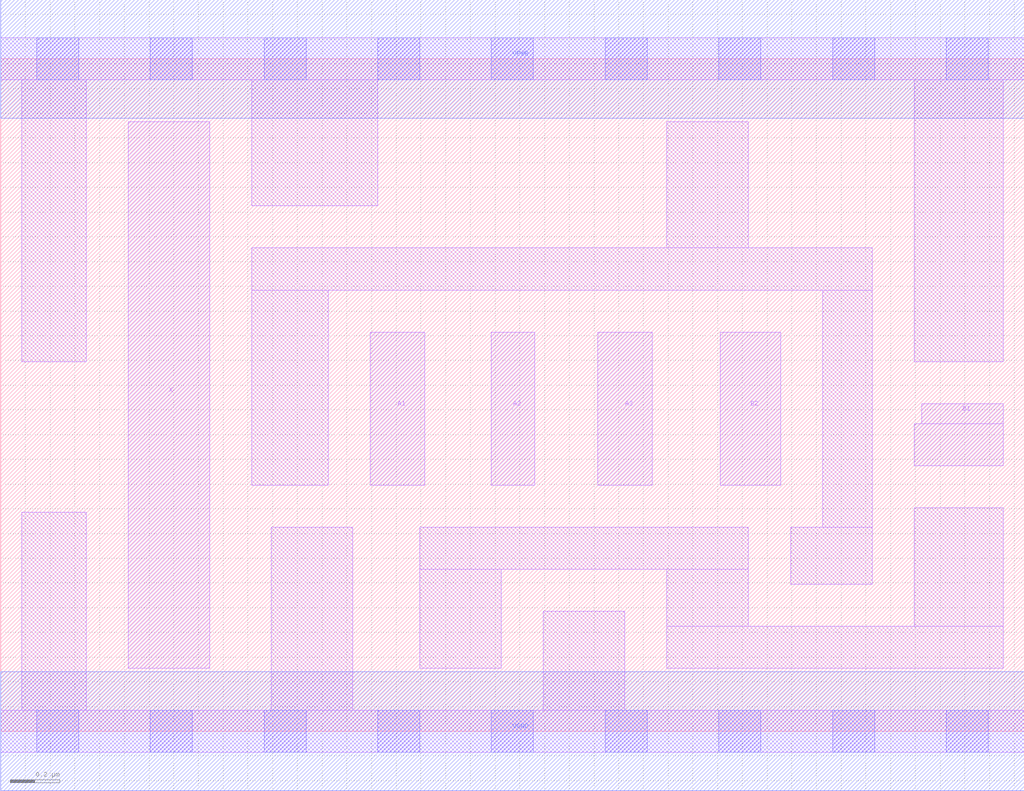
<source format=lef>
# Copyright 2020 The SkyWater PDK Authors
#
# Licensed under the Apache License, Version 2.0 (the "License");
# you may not use this file except in compliance with the License.
# You may obtain a copy of the License at
#
#     https://www.apache.org/licenses/LICENSE-2.0
#
# Unless required by applicable law or agreed to in writing, software
# distributed under the License is distributed on an "AS IS" BASIS,
# WITHOUT WARRANTIES OR CONDITIONS OF ANY KIND, either express or implied.
# See the License for the specific language governing permissions and
# limitations under the License.
#
# SPDX-License-Identifier: Apache-2.0

VERSION 5.7 ;
  NAMESCASESENSITIVE ON ;
  NOWIREEXTENSIONATPIN ON ;
  DIVIDERCHAR "/" ;
  BUSBITCHARS "[]" ;
UNITS
  DATABASE MICRONS 200 ;
END UNITS
MACRO sky130_fd_sc_hd__o32a_2
  CLASS CORE ;
  SOURCE USER ;
  FOREIGN sky130_fd_sc_hd__o32a_2 ;
  ORIGIN  0.000000  0.000000 ;
  SIZE  4.140000 BY  2.720000 ;
  SYMMETRY X Y R90 ;
  SITE unithd ;
  PIN A1
    ANTENNAGATEAREA  0.247500 ;
    DIRECTION INPUT ;
    USE SIGNAL ;
    PORT
      LAYER li1 ;
        RECT 1.495000 0.995000 1.715000 1.615000 ;
    END
  END A1
  PIN A2
    ANTENNAGATEAREA  0.247500 ;
    DIRECTION INPUT ;
    USE SIGNAL ;
    PORT
      LAYER li1 ;
        RECT 1.985000 0.995000 2.160000 1.615000 ;
    END
  END A2
  PIN A3
    ANTENNAGATEAREA  0.247500 ;
    DIRECTION INPUT ;
    USE SIGNAL ;
    PORT
      LAYER li1 ;
        RECT 2.415000 0.995000 2.635000 1.615000 ;
    END
  END A3
  PIN B1
    ANTENNAGATEAREA  0.247500 ;
    DIRECTION INPUT ;
    USE SIGNAL ;
    PORT
      LAYER li1 ;
        RECT 3.695000 1.075000 4.055000 1.245000 ;
        RECT 3.725000 1.245000 4.055000 1.325000 ;
    END
  END B1
  PIN B2
    ANTENNAGATEAREA  0.247500 ;
    DIRECTION INPUT ;
    USE SIGNAL ;
    PORT
      LAYER li1 ;
        RECT 2.910000 0.995000 3.155000 1.615000 ;
    END
  END B2
  PIN X
    ANTENNADIFFAREA  0.445500 ;
    DIRECTION OUTPUT ;
    USE SIGNAL ;
    PORT
      LAYER li1 ;
        RECT 0.515000 0.255000 0.845000 2.465000 ;
    END
  END X
  PIN VGND
    DIRECTION INOUT ;
    SHAPE ABUTMENT ;
    USE GROUND ;
    PORT
      LAYER met1 ;
        RECT 0.000000 -0.240000 4.140000 0.240000 ;
    END
  END VGND
  PIN VPWR
    DIRECTION INOUT ;
    SHAPE ABUTMENT ;
    USE POWER ;
    PORT
      LAYER met1 ;
        RECT 0.000000 2.480000 4.140000 2.960000 ;
    END
  END VPWR
  OBS
    LAYER li1 ;
      RECT 0.000000 -0.085000 4.140000 0.085000 ;
      RECT 0.000000  2.635000 4.140000 2.805000 ;
      RECT 0.085000  0.085000 0.345000 0.885000 ;
      RECT 0.085000  1.495000 0.345000 2.635000 ;
      RECT 1.015000  0.995000 1.325000 1.785000 ;
      RECT 1.015000  1.785000 3.525000 1.955000 ;
      RECT 1.015000  2.125000 1.525000 2.635000 ;
      RECT 1.095000  0.085000 1.425000 0.825000 ;
      RECT 1.695000  0.255000 2.025000 0.655000 ;
      RECT 1.695000  0.655000 3.025000 0.825000 ;
      RECT 2.195000  0.085000 2.525000 0.485000 ;
      RECT 2.695000  0.255000 4.055000 0.425000 ;
      RECT 2.695000  0.425000 3.025000 0.655000 ;
      RECT 2.695000  1.955000 3.025000 2.465000 ;
      RECT 3.195000  0.595000 3.525000 0.825000 ;
      RECT 3.325000  0.825000 3.525000 1.785000 ;
      RECT 3.695000  0.425000 4.055000 0.905000 ;
      RECT 3.695000  1.495000 4.055000 2.635000 ;
    LAYER mcon ;
      RECT 0.145000 -0.085000 0.315000 0.085000 ;
      RECT 0.145000  2.635000 0.315000 2.805000 ;
      RECT 0.605000 -0.085000 0.775000 0.085000 ;
      RECT 0.605000  2.635000 0.775000 2.805000 ;
      RECT 1.065000 -0.085000 1.235000 0.085000 ;
      RECT 1.065000  2.635000 1.235000 2.805000 ;
      RECT 1.525000 -0.085000 1.695000 0.085000 ;
      RECT 1.525000  2.635000 1.695000 2.805000 ;
      RECT 1.985000 -0.085000 2.155000 0.085000 ;
      RECT 1.985000  2.635000 2.155000 2.805000 ;
      RECT 2.445000 -0.085000 2.615000 0.085000 ;
      RECT 2.445000  2.635000 2.615000 2.805000 ;
      RECT 2.905000 -0.085000 3.075000 0.085000 ;
      RECT 2.905000  2.635000 3.075000 2.805000 ;
      RECT 3.365000 -0.085000 3.535000 0.085000 ;
      RECT 3.365000  2.635000 3.535000 2.805000 ;
      RECT 3.825000 -0.085000 3.995000 0.085000 ;
      RECT 3.825000  2.635000 3.995000 2.805000 ;
  END
END sky130_fd_sc_hd__o32a_2
END LIBRARY

</source>
